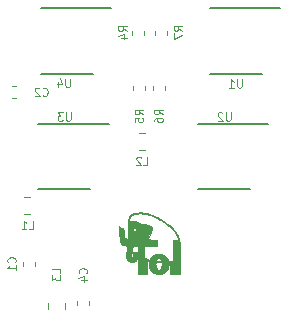
<source format=gbo>
G04 #@! TF.GenerationSoftware,KiCad,Pcbnew,(5.0.0)*
G04 #@! TF.CreationDate,2018-11-26T10:25:21+01:00*
G04 #@! TF.ProjectId,Insole_PCB,496E736F6C655F5043422E6B69636164,rev?*
G04 #@! TF.SameCoordinates,Original*
G04 #@! TF.FileFunction,Legend,Bot*
G04 #@! TF.FilePolarity,Positive*
%FSLAX46Y46*%
G04 Gerber Fmt 4.6, Leading zero omitted, Abs format (unit mm)*
G04 Created by KiCad (PCBNEW (5.0.0)) date 11/26/18 10:25:21*
%MOMM*%
%LPD*%
G01*
G04 APERTURE LIST*
%ADD10C,0.150000*%
%ADD11C,0.120000*%
%ADD12C,0.010000*%
%ADD13C,0.100000*%
G04 APERTURE END LIST*
D10*
G04 #@! TO.C,U2*
X165600000Y-78725000D02*
X161200000Y-78725000D01*
X167175000Y-73200000D02*
X161200000Y-73200000D01*
G04 #@! TO.C,U4*
X152300000Y-68925000D02*
X147900000Y-68925000D01*
X153875000Y-63400000D02*
X147900000Y-63400000D01*
G04 #@! TO.C,U3*
X153675000Y-73200000D02*
X147700000Y-73200000D01*
X152100000Y-78725000D02*
X147700000Y-78725000D01*
D11*
G04 #@! TO.C,C1*
X147410000Y-84853733D02*
X147410000Y-85196267D01*
X146390000Y-84853733D02*
X146390000Y-85196267D01*
D10*
G04 #@! TO.C,U1*
X168175000Y-63400000D02*
X162200000Y-63400000D01*
X166600000Y-68925000D02*
X162200000Y-68925000D01*
D11*
G04 #@! TO.C,C2*
X145503733Y-71010000D02*
X145846267Y-71010000D01*
X145503733Y-69990000D02*
X145846267Y-69990000D01*
G04 #@! TO.C,C4*
X152010000Y-88546267D02*
X152010000Y-88203733D01*
X150990000Y-88546267D02*
X150990000Y-88203733D01*
G04 #@! TO.C,L1*
X146513748Y-80810000D02*
X147036252Y-80810000D01*
X146513748Y-79390000D02*
X147036252Y-79390000D01*
G04 #@! TO.C,L2*
X156213748Y-73990000D02*
X156736252Y-73990000D01*
X156213748Y-75410000D02*
X156736252Y-75410000D01*
G04 #@! TO.C,L3*
X149960000Y-88836252D02*
X149960000Y-88313748D01*
X148540000Y-88836252D02*
X148540000Y-88313748D01*
G04 #@! TO.C,R4*
X155590000Y-65353733D02*
X155590000Y-65696267D01*
X156610000Y-65353733D02*
X156610000Y-65696267D01*
G04 #@! TO.C,R5*
X155690000Y-70346267D02*
X155690000Y-70003733D01*
X156710000Y-70346267D02*
X156710000Y-70003733D01*
G04 #@! TO.C,R6*
X157390000Y-70346267D02*
X157390000Y-70003733D01*
X158410000Y-70346267D02*
X158410000Y-70003733D01*
G04 #@! TO.C,R7*
X157590000Y-65353733D02*
X157590000Y-65696267D01*
X158610000Y-65353733D02*
X158610000Y-65696267D01*
D12*
G04 #@! TO.C,G\002A\002A\002A*
G36*
X156311713Y-80687372D02*
X156264605Y-80688204D01*
X156217168Y-80689587D01*
X156170283Y-80691499D01*
X156124828Y-80693918D01*
X156081683Y-80696822D01*
X156041727Y-80700189D01*
X156005838Y-80703996D01*
X155996511Y-80705154D01*
X155921924Y-80716616D01*
X155851930Y-80731217D01*
X155786393Y-80749012D01*
X155725178Y-80770059D01*
X155668148Y-80794413D01*
X155615169Y-80822131D01*
X155566104Y-80853269D01*
X155520819Y-80887883D01*
X155490270Y-80915187D01*
X155452354Y-80955173D01*
X155417924Y-80999351D01*
X155387240Y-81047283D01*
X155360561Y-81098531D01*
X155338148Y-81152654D01*
X155323793Y-81196587D01*
X155315570Y-81226553D01*
X155308676Y-81255513D01*
X155302986Y-81284403D01*
X155298373Y-81314162D01*
X155294714Y-81345727D01*
X155291883Y-81380034D01*
X155289756Y-81418021D01*
X155288206Y-81460625D01*
X155288107Y-81464145D01*
X155287396Y-81486386D01*
X155286543Y-81507609D01*
X155285596Y-81526930D01*
X155284604Y-81543461D01*
X155283616Y-81556318D01*
X155282682Y-81564613D01*
X155282488Y-81565745D01*
X155281362Y-81573785D01*
X155280740Y-81584132D01*
X155280622Y-81597553D01*
X155281003Y-81614816D01*
X155281884Y-81636689D01*
X155282269Y-81644767D01*
X155284262Y-81690894D01*
X155285982Y-81742521D01*
X155287426Y-81799509D01*
X155288594Y-81861720D01*
X155289482Y-81929016D01*
X155290091Y-82001259D01*
X155290418Y-82078310D01*
X155290461Y-82160031D01*
X155290219Y-82246283D01*
X155290015Y-82286823D01*
X155289765Y-82326616D01*
X155289464Y-82367879D01*
X155289116Y-82410241D01*
X155288726Y-82453332D01*
X155288300Y-82496785D01*
X155287842Y-82540230D01*
X155287358Y-82583297D01*
X155286853Y-82625617D01*
X155286332Y-82666822D01*
X155285800Y-82706542D01*
X155285263Y-82744409D01*
X155284724Y-82780051D01*
X155284191Y-82813102D01*
X155283667Y-82843191D01*
X155283157Y-82869950D01*
X155282668Y-82893008D01*
X155282204Y-82911998D01*
X155281770Y-82926550D01*
X155281371Y-82936294D01*
X155281013Y-82940862D01*
X155280924Y-82941159D01*
X155277575Y-82941355D01*
X155269625Y-82940374D01*
X155257952Y-82938381D01*
X155243438Y-82935544D01*
X155226961Y-82932031D01*
X155209403Y-82928008D01*
X155200645Y-82925896D01*
X155155799Y-82913574D01*
X155116203Y-82899864D01*
X155081599Y-82884626D01*
X155051733Y-82867723D01*
X155026348Y-82849014D01*
X155005189Y-82828361D01*
X154993105Y-82813166D01*
X154989926Y-82808800D01*
X154987064Y-82804899D01*
X154984476Y-82801166D01*
X154982121Y-82797301D01*
X154979954Y-82793005D01*
X154977933Y-82787980D01*
X154976015Y-82781927D01*
X154974156Y-82774547D01*
X154972315Y-82765541D01*
X154970447Y-82754611D01*
X154968510Y-82741457D01*
X154966461Y-82725780D01*
X154964256Y-82707283D01*
X154961854Y-82685666D01*
X154959211Y-82660630D01*
X154956283Y-82631877D01*
X154953029Y-82599107D01*
X154949404Y-82562022D01*
X154945367Y-82520324D01*
X154940873Y-82473713D01*
X154935880Y-82421890D01*
X154933971Y-82402097D01*
X154929642Y-82357219D01*
X154925466Y-82313902D01*
X154921473Y-82272476D01*
X154917697Y-82233273D01*
X154914169Y-82196625D01*
X154910920Y-82162861D01*
X154907983Y-82132313D01*
X154905389Y-82105312D01*
X154903170Y-82082190D01*
X154901359Y-82063276D01*
X154899986Y-82048904D01*
X154899084Y-82039403D01*
X154898684Y-82035104D01*
X154898667Y-82034880D01*
X154896007Y-82034338D01*
X154888672Y-82033700D01*
X154877628Y-82033030D01*
X154863844Y-82032389D01*
X154855628Y-82032079D01*
X154824295Y-82029901D01*
X154794810Y-82025430D01*
X154766541Y-82018368D01*
X154738859Y-82008418D01*
X154711133Y-81995281D01*
X154682732Y-81978662D01*
X154653027Y-81958261D01*
X154621388Y-81933781D01*
X154588212Y-81905823D01*
X154572013Y-81891813D01*
X154559388Y-81881180D01*
X154549735Y-81873502D01*
X154542451Y-81868359D01*
X154536933Y-81865330D01*
X154532581Y-81863993D01*
X154528791Y-81863928D01*
X154528356Y-81863985D01*
X154522402Y-81867602D01*
X154518124Y-81876326D01*
X154515631Y-81889841D01*
X154515004Y-81902358D01*
X154515198Y-81906978D01*
X154515798Y-81916899D01*
X154516778Y-81931793D01*
X154518115Y-81951333D01*
X154519785Y-81975191D01*
X154521761Y-82003040D01*
X154524021Y-82034552D01*
X154526539Y-82069400D01*
X154529292Y-82107257D01*
X154532254Y-82147795D01*
X154535401Y-82190686D01*
X154538709Y-82235603D01*
X154542153Y-82282219D01*
X154545708Y-82330206D01*
X154549351Y-82379237D01*
X154553056Y-82428985D01*
X154556800Y-82479121D01*
X154560557Y-82529319D01*
X154564304Y-82579250D01*
X154568015Y-82628589D01*
X154571667Y-82677006D01*
X154575234Y-82724175D01*
X154578693Y-82769768D01*
X154582018Y-82813458D01*
X154585186Y-82854917D01*
X154588172Y-82893818D01*
X154590951Y-82929834D01*
X154593499Y-82962636D01*
X154595791Y-82991898D01*
X154597803Y-83017292D01*
X154599510Y-83038491D01*
X154600889Y-83055167D01*
X154601914Y-83066992D01*
X154602561Y-83073640D01*
X154602630Y-83074223D01*
X154611361Y-83125403D01*
X154624178Y-83172721D01*
X154641151Y-83216280D01*
X154662352Y-83256184D01*
X154687850Y-83292537D01*
X154717718Y-83325445D01*
X154752026Y-83355012D01*
X154790845Y-83381341D01*
X154823516Y-83399304D01*
X154866320Y-83418656D01*
X154914290Y-83436383D01*
X154967166Y-83452419D01*
X155024686Y-83466696D01*
X155086591Y-83479147D01*
X155152621Y-83489704D01*
X155192178Y-83494869D01*
X155204401Y-83496380D01*
X155214318Y-83497680D01*
X155220737Y-83498607D01*
X155222544Y-83498965D01*
X155222330Y-83501781D01*
X155221519Y-83509857D01*
X155220152Y-83522844D01*
X155218265Y-83540396D01*
X155215897Y-83562162D01*
X155213087Y-83587796D01*
X155209873Y-83616948D01*
X155206293Y-83649269D01*
X155202386Y-83684413D01*
X155198190Y-83722030D01*
X155193743Y-83761772D01*
X155189084Y-83803290D01*
X155186462Y-83826607D01*
X155181570Y-83870083D01*
X155176773Y-83912724D01*
X155172119Y-83954110D01*
X155167655Y-83993818D01*
X155163428Y-84031429D01*
X155159486Y-84066520D01*
X155155876Y-84098671D01*
X155152645Y-84127460D01*
X155149840Y-84152466D01*
X155147510Y-84173268D01*
X155145700Y-84189446D01*
X155144459Y-84200577D01*
X155144178Y-84203111D01*
X155138266Y-84266579D01*
X155135147Y-84325474D01*
X155134860Y-84380154D01*
X155137447Y-84430975D01*
X155142949Y-84478294D01*
X155151407Y-84522467D01*
X155162861Y-84563851D01*
X155177354Y-84602801D01*
X155194139Y-84638192D01*
X155217278Y-84676397D01*
X155244417Y-84710791D01*
X155275588Y-84741394D01*
X155310825Y-84768219D01*
X155350160Y-84791286D01*
X155393627Y-84810610D01*
X155441258Y-84826208D01*
X155493086Y-84838097D01*
X155549145Y-84846293D01*
X155609467Y-84850814D01*
X155614100Y-84851002D01*
X155669958Y-84850991D01*
X155722370Y-84846513D01*
X155771353Y-84837560D01*
X155816928Y-84824120D01*
X155859112Y-84806183D01*
X155897925Y-84783740D01*
X155933385Y-84756780D01*
X155965512Y-84725291D01*
X155994324Y-84689266D01*
X156019839Y-84648691D01*
X156034241Y-84620767D01*
X156054913Y-84571677D01*
X156072042Y-84518705D01*
X156085464Y-84462495D01*
X156095011Y-84403687D01*
X156098280Y-84373498D01*
X156099652Y-84359461D01*
X156101030Y-84347251D01*
X156102264Y-84338085D01*
X156103204Y-84333181D01*
X156103290Y-84332934D01*
X156103466Y-84333247D01*
X156103640Y-84335161D01*
X156103813Y-84338825D01*
X156103986Y-84344388D01*
X156104160Y-84351997D01*
X156104335Y-84361803D01*
X156104514Y-84373953D01*
X156104696Y-84388597D01*
X156104883Y-84405883D01*
X156105076Y-84425959D01*
X156105276Y-84448976D01*
X156105484Y-84475080D01*
X156105701Y-84504421D01*
X156105928Y-84537149D01*
X156106165Y-84573410D01*
X156106415Y-84613355D01*
X156106677Y-84657131D01*
X156106953Y-84704888D01*
X156107244Y-84756775D01*
X156107551Y-84812940D01*
X156107874Y-84873531D01*
X156108216Y-84938698D01*
X156108576Y-85008589D01*
X156108956Y-85083353D01*
X156109357Y-85163138D01*
X156109780Y-85248094D01*
X156110225Y-85338370D01*
X156110694Y-85434112D01*
X156110785Y-85452650D01*
X156112979Y-85902089D01*
X156398351Y-85901999D01*
X156445416Y-85901976D01*
X156487134Y-85901933D01*
X156523803Y-85901868D01*
X156555719Y-85901775D01*
X156583179Y-85901651D01*
X156606482Y-85901492D01*
X156625924Y-85901293D01*
X156641803Y-85901049D01*
X156654416Y-85900758D01*
X156664061Y-85900414D01*
X156671034Y-85900013D01*
X156675633Y-85899551D01*
X156678155Y-85899025D01*
X156678898Y-85898429D01*
X156678607Y-85898031D01*
X156678049Y-85897458D01*
X156677535Y-85896476D01*
X156677063Y-85894871D01*
X156676633Y-85892428D01*
X156676243Y-85888935D01*
X156675892Y-85884177D01*
X156675580Y-85877941D01*
X156675306Y-85870012D01*
X156675068Y-85860177D01*
X156674866Y-85848222D01*
X156674698Y-85833932D01*
X156674564Y-85817095D01*
X156674462Y-85797497D01*
X156674391Y-85774923D01*
X156674352Y-85749159D01*
X156674342Y-85719993D01*
X156674360Y-85687209D01*
X156674406Y-85650595D01*
X156674479Y-85609935D01*
X156674577Y-85565018D01*
X156674699Y-85515627D01*
X156674846Y-85461551D01*
X156675015Y-85402574D01*
X156675205Y-85338483D01*
X156675417Y-85269065D01*
X156675525Y-85233757D01*
X156677559Y-84573361D01*
X156709104Y-84600042D01*
X156740648Y-84626723D01*
X156742524Y-84906451D01*
X156742806Y-84950291D01*
X156743075Y-84995749D01*
X156743328Y-85042085D01*
X156743561Y-85088555D01*
X156743773Y-85134418D01*
X156743960Y-85178931D01*
X156744117Y-85221354D01*
X156744244Y-85260943D01*
X156744335Y-85296956D01*
X156744389Y-85328652D01*
X156744402Y-85350106D01*
X156744436Y-85384026D01*
X156744530Y-85422431D01*
X156744681Y-85464162D01*
X156744880Y-85508058D01*
X156745123Y-85552961D01*
X156745403Y-85597712D01*
X156745714Y-85641151D01*
X156746050Y-85682119D01*
X156746277Y-85706650D01*
X156748149Y-85899267D01*
X156933489Y-85899267D01*
X156933489Y-85314765D01*
X156933491Y-85247113D01*
X156933497Y-85184881D01*
X156933509Y-85127845D01*
X156933530Y-85075779D01*
X156933561Y-85028459D01*
X156933605Y-84985660D01*
X156933662Y-84947158D01*
X156933735Y-84912729D01*
X156933827Y-84882147D01*
X156933938Y-84855188D01*
X156934070Y-84831627D01*
X156934226Y-84811240D01*
X156934408Y-84793802D01*
X156934617Y-84779089D01*
X156934855Y-84766876D01*
X156935125Y-84756938D01*
X156935427Y-84749050D01*
X156935765Y-84742989D01*
X156936139Y-84738530D01*
X156936553Y-84735447D01*
X156937006Y-84733517D01*
X156937503Y-84732514D01*
X156938044Y-84732214D01*
X156938428Y-84732293D01*
X156948263Y-84736194D01*
X156961936Y-84741431D01*
X156977964Y-84747453D01*
X156994865Y-84753714D01*
X157011157Y-84759663D01*
X157025356Y-84764751D01*
X157035980Y-84768430D01*
X157036500Y-84768604D01*
X157047330Y-84772327D01*
X157056288Y-84775632D01*
X157061856Y-84777952D01*
X157062654Y-84778380D01*
X157063836Y-84780526D01*
X157063830Y-84785251D01*
X157062523Y-84793297D01*
X157059801Y-84805403D01*
X157056443Y-84818841D01*
X157045324Y-84866898D01*
X157037249Y-84913091D01*
X157031981Y-84959339D01*
X157029282Y-85007562D01*
X157028795Y-85042723D01*
X157031255Y-85112682D01*
X157038585Y-85180104D01*
X157050906Y-85245508D01*
X157068342Y-85309412D01*
X157091016Y-85372335D01*
X157119050Y-85434794D01*
X157124063Y-85444824D01*
X157157693Y-85505143D01*
X157195613Y-85562080D01*
X157237565Y-85615443D01*
X157283292Y-85665044D01*
X157332537Y-85710692D01*
X157385042Y-85752198D01*
X157440550Y-85789371D01*
X157498804Y-85822022D01*
X157559547Y-85849961D01*
X157622521Y-85872999D01*
X157687470Y-85890944D01*
X157743467Y-85901961D01*
X157805828Y-85909677D01*
X157868845Y-85912976D01*
X157930850Y-85911793D01*
X157953722Y-85910162D01*
X158020871Y-85901558D01*
X158086737Y-85887561D01*
X158151044Y-85868335D01*
X158213513Y-85844041D01*
X158273867Y-85814842D01*
X158331827Y-85780899D01*
X158387116Y-85742376D01*
X158439455Y-85699434D01*
X158488567Y-85652235D01*
X158534173Y-85600943D01*
X158574611Y-85547700D01*
X158611312Y-85490476D01*
X158643418Y-85430089D01*
X158670834Y-85366782D01*
X158693462Y-85300802D01*
X158711208Y-85232393D01*
X158722808Y-85169723D01*
X158727176Y-85132877D01*
X158729861Y-85092119D01*
X158730858Y-85048929D01*
X158730580Y-85031310D01*
X158140442Y-85031310D01*
X158138344Y-85090576D01*
X158132736Y-85149939D01*
X158123770Y-85208095D01*
X158111601Y-85263739D01*
X158100118Y-85304132D01*
X158084078Y-85349403D01*
X158065996Y-85390548D01*
X158046025Y-85427370D01*
X158024319Y-85459670D01*
X158001032Y-85487252D01*
X157976318Y-85509917D01*
X157950330Y-85527467D01*
X157923221Y-85539706D01*
X157914876Y-85542317D01*
X157898997Y-85545058D01*
X157880129Y-85545674D01*
X157860465Y-85544278D01*
X157842196Y-85540988D01*
X157832367Y-85537984D01*
X157805714Y-85525065D01*
X157780194Y-85506874D01*
X157755964Y-85483701D01*
X157733186Y-85455834D01*
X157712019Y-85423562D01*
X157692622Y-85387173D01*
X157675156Y-85346958D01*
X157659779Y-85303204D01*
X157646652Y-85256200D01*
X157635935Y-85206235D01*
X157630404Y-85172769D01*
X157622912Y-85105984D01*
X157619858Y-85038837D01*
X157620308Y-84996156D01*
X157621136Y-84975754D01*
X157622198Y-84955994D01*
X157623425Y-84937699D01*
X157624748Y-84921690D01*
X157626099Y-84908789D01*
X157627410Y-84899819D01*
X157628611Y-84895600D01*
X157628702Y-84895491D01*
X157631744Y-84895373D01*
X157639412Y-84895771D01*
X157650718Y-84896617D01*
X157664673Y-84897838D01*
X157673231Y-84898656D01*
X157729241Y-84903598D01*
X157790715Y-84907952D01*
X157857503Y-84911709D01*
X157929454Y-84914862D01*
X158006418Y-84917403D01*
X158056725Y-84918671D01*
X158077036Y-84919150D01*
X158095413Y-84919630D01*
X158111126Y-84920087D01*
X158123447Y-84920499D01*
X158131647Y-84920844D01*
X158134996Y-84921098D01*
X158135034Y-84921115D01*
X158135420Y-84924018D01*
X158136068Y-84931658D01*
X158136909Y-84943139D01*
X158137880Y-84957562D01*
X158138877Y-84973445D01*
X158140442Y-85031310D01*
X158730580Y-85031310D01*
X158730160Y-85004784D01*
X158727761Y-84961163D01*
X158723837Y-84921028D01*
X158722078Y-84906577D01*
X158740067Y-84904893D01*
X158748803Y-84904245D01*
X158761867Y-84903492D01*
X158777943Y-84902700D01*
X158795718Y-84901935D01*
X158810972Y-84901361D01*
X158863889Y-84899513D01*
X158863889Y-85893623D01*
X159026681Y-85893623D01*
X159028328Y-85392326D01*
X159028514Y-85339550D01*
X159028720Y-85288290D01*
X159028944Y-85238832D01*
X159029183Y-85191461D01*
X159029435Y-85146462D01*
X159029699Y-85104120D01*
X159029970Y-85064720D01*
X159030248Y-85028547D01*
X159030531Y-84995887D01*
X159030815Y-84967024D01*
X159031098Y-84942244D01*
X159031379Y-84921832D01*
X159031656Y-84906072D01*
X159031925Y-84895250D01*
X159032184Y-84889652D01*
X159032304Y-84888904D01*
X159035911Y-84887892D01*
X159043919Y-84886767D01*
X159055091Y-84885676D01*
X159066383Y-84884871D01*
X159098133Y-84882964D01*
X159098136Y-85191443D01*
X159098156Y-85237917D01*
X159098213Y-85286382D01*
X159098304Y-85336094D01*
X159098427Y-85386306D01*
X159098579Y-85436276D01*
X159098757Y-85485258D01*
X159098958Y-85532507D01*
X159099180Y-85577279D01*
X159099420Y-85618829D01*
X159099674Y-85656412D01*
X159099941Y-85689285D01*
X159100011Y-85696773D01*
X159101883Y-85893623D01*
X159665164Y-85893623D01*
X159666285Y-85178895D01*
X159666429Y-85094343D01*
X159666591Y-85014375D01*
X159666770Y-84939062D01*
X159666965Y-84868476D01*
X159667079Y-84832472D01*
X158121645Y-84832472D01*
X158121068Y-84833959D01*
X158118872Y-84835044D01*
X158114360Y-84835771D01*
X158106833Y-84836183D01*
X158095596Y-84836325D01*
X158079949Y-84836239D01*
X158064495Y-84836045D01*
X158045206Y-84835703D01*
X158021876Y-84835175D01*
X157996103Y-84834506D01*
X157969485Y-84833739D01*
X157943621Y-84832916D01*
X157928322Y-84832384D01*
X157902406Y-84831349D01*
X157875045Y-84830077D01*
X157846817Y-84828611D01*
X157818298Y-84826990D01*
X157790062Y-84825257D01*
X157762687Y-84823452D01*
X157736749Y-84821617D01*
X157712823Y-84819792D01*
X157691485Y-84818020D01*
X157673312Y-84816340D01*
X157658880Y-84814796D01*
X157648764Y-84813427D01*
X157643541Y-84812274D01*
X157643020Y-84811983D01*
X157643236Y-84808888D01*
X157644838Y-84801443D01*
X157647536Y-84790688D01*
X157651040Y-84777663D01*
X157655061Y-84763409D01*
X157659309Y-84748965D01*
X157663494Y-84735372D01*
X157667327Y-84723669D01*
X157668758Y-84719578D01*
X157684524Y-84680423D01*
X157702520Y-84644220D01*
X157722432Y-84611349D01*
X157743948Y-84582189D01*
X157766754Y-84557119D01*
X157790536Y-84536520D01*
X157814981Y-84520772D01*
X157839776Y-84510254D01*
X157842051Y-84509566D01*
X157861617Y-84505899D01*
X157883549Y-84505113D01*
X157905404Y-84507140D01*
X157924617Y-84511870D01*
X157950916Y-84524029D01*
X157976371Y-84541500D01*
X158000746Y-84563982D01*
X158023806Y-84591176D01*
X158045314Y-84622781D01*
X158065036Y-84658496D01*
X158082734Y-84698022D01*
X158093393Y-84726634D01*
X158097898Y-84740379D01*
X158102707Y-84756180D01*
X158107528Y-84772945D01*
X158112070Y-84789582D01*
X158116041Y-84805001D01*
X158119150Y-84818110D01*
X158121106Y-84827817D01*
X158121645Y-84832472D01*
X159667079Y-84832472D01*
X159667175Y-84802686D01*
X159667402Y-84741764D01*
X159667643Y-84685782D01*
X159667899Y-84634808D01*
X159668170Y-84588916D01*
X159668455Y-84548175D01*
X159668753Y-84512657D01*
X159669065Y-84482433D01*
X159669389Y-84457573D01*
X159669726Y-84438148D01*
X159670075Y-84424229D01*
X159670416Y-84416189D01*
X159672029Y-84386864D01*
X159673527Y-84352476D01*
X159674905Y-84313607D01*
X159676158Y-84270837D01*
X159677282Y-84224747D01*
X159678271Y-84175918D01*
X159679122Y-84124932D01*
X159679829Y-84072368D01*
X159680387Y-84018808D01*
X159680793Y-83964832D01*
X159681041Y-83911023D01*
X159681127Y-83857959D01*
X159681046Y-83806223D01*
X159680793Y-83756396D01*
X159680363Y-83709057D01*
X159679752Y-83664789D01*
X159678956Y-83624171D01*
X159678125Y-83593511D01*
X159594845Y-83593511D01*
X159100956Y-83593511D01*
X159100956Y-84807067D01*
X159090372Y-84807264D01*
X159085726Y-84807424D01*
X159075957Y-84807815D01*
X159061582Y-84808417D01*
X159043117Y-84809206D01*
X159021077Y-84810160D01*
X158995979Y-84811257D01*
X158968339Y-84812475D01*
X158938674Y-84813790D01*
X158907498Y-84815182D01*
X158903400Y-84815365D01*
X158872065Y-84816768D01*
X158842170Y-84818102D01*
X158814233Y-84819346D01*
X158788769Y-84820476D01*
X158766296Y-84821470D01*
X158747329Y-84822304D01*
X158732385Y-84822957D01*
X158721981Y-84823404D01*
X158716633Y-84823624D01*
X158716339Y-84823635D01*
X158708640Y-84823009D01*
X158704791Y-84820780D01*
X158704672Y-84820473D01*
X158703518Y-84816764D01*
X158700917Y-84808606D01*
X158697163Y-84796919D01*
X158692552Y-84782622D01*
X158687679Y-84767556D01*
X158664498Y-84703551D01*
X158637598Y-84643506D01*
X158606638Y-84586859D01*
X158571273Y-84533046D01*
X158531161Y-84481505D01*
X158485960Y-84431673D01*
X158478712Y-84424302D01*
X158450705Y-84396904D01*
X158424512Y-84373075D01*
X158398796Y-84351702D01*
X158372219Y-84331672D01*
X158344030Y-84312260D01*
X158285597Y-84276864D01*
X158225156Y-84246616D01*
X158163019Y-84221519D01*
X158099499Y-84201577D01*
X158034909Y-84186793D01*
X157969562Y-84177170D01*
X157903770Y-84172711D01*
X157837847Y-84173420D01*
X157772106Y-84179301D01*
X157706859Y-84190355D01*
X157642419Y-84206588D01*
X157579100Y-84228001D01*
X157517214Y-84254599D01*
X157457075Y-84286384D01*
X157430200Y-84302674D01*
X157374246Y-84341334D01*
X157321521Y-84384487D01*
X157272312Y-84431806D01*
X157226906Y-84482965D01*
X157185590Y-84537640D01*
X157148652Y-84595504D01*
X157116378Y-84656232D01*
X157114111Y-84660983D01*
X157107536Y-84674438D01*
X157101556Y-84685871D01*
X157096668Y-84694392D01*
X157093367Y-84699117D01*
X157092451Y-84699778D01*
X157087068Y-84698770D01*
X157077169Y-84695843D01*
X157063443Y-84691257D01*
X157046580Y-84685273D01*
X157027272Y-84678152D01*
X157006206Y-84670156D01*
X156984074Y-84661545D01*
X156961564Y-84652580D01*
X156939368Y-84643522D01*
X156918175Y-84634632D01*
X156903856Y-84628451D01*
X156884012Y-84619506D01*
X156861954Y-84609115D01*
X156838397Y-84597652D01*
X156814057Y-84585493D01*
X156789652Y-84573014D01*
X156765897Y-84560591D01*
X156743510Y-84548599D01*
X156723205Y-84537414D01*
X156705701Y-84527412D01*
X156691712Y-84518967D01*
X156681956Y-84512457D01*
X156680408Y-84511289D01*
X156674271Y-84506500D01*
X156672244Y-84011906D01*
X156672100Y-83976657D01*
X156103652Y-83976657D01*
X156103592Y-84003591D01*
X156103431Y-84025784D01*
X156103168Y-84043366D01*
X156102803Y-84056464D01*
X156102335Y-84065209D01*
X156101765Y-84069729D01*
X156101371Y-84070467D01*
X156097873Y-84068581D01*
X156093991Y-84064948D01*
X156089516Y-84061000D01*
X156081641Y-84054972D01*
X156071695Y-84047861D01*
X156065974Y-84043951D01*
X156030689Y-84023375D01*
X155993991Y-84007959D01*
X155956330Y-83997739D01*
X155918160Y-83992753D01*
X155879932Y-83993035D01*
X155842099Y-83998622D01*
X155805113Y-84009551D01*
X155778817Y-84020967D01*
X155759318Y-84031603D01*
X155740369Y-84043687D01*
X155722735Y-84056577D01*
X155707181Y-84069634D01*
X155694470Y-84082217D01*
X155685367Y-84093686D01*
X155680689Y-84103201D01*
X155678146Y-84118991D01*
X155678545Y-84137878D01*
X155681942Y-84160291D01*
X155688396Y-84186660D01*
X155694642Y-84207325D01*
X155698072Y-84218173D01*
X155700470Y-84226775D01*
X155701980Y-84234498D01*
X155702745Y-84242711D01*
X155702906Y-84252782D01*
X155702607Y-84266078D01*
X155702157Y-84279292D01*
X155700645Y-84305918D01*
X155697951Y-84328769D01*
X155693746Y-84349648D01*
X155687699Y-84370359D01*
X155683222Y-84382996D01*
X155677017Y-84398001D01*
X155669213Y-84414521D01*
X155660786Y-84430652D01*
X155652710Y-84444488D01*
X155648536Y-84450761D01*
X155641116Y-84459207D01*
X155633926Y-84462448D01*
X155625690Y-84460719D01*
X155618133Y-84456353D01*
X155606432Y-84445159D01*
X155596710Y-84428682D01*
X155588968Y-84406922D01*
X155583207Y-84379880D01*
X155579425Y-84347554D01*
X155577624Y-84309944D01*
X155577802Y-84267051D01*
X155579960Y-84218874D01*
X155584099Y-84165413D01*
X155590217Y-84106668D01*
X155598316Y-84042639D01*
X155608395Y-83973324D01*
X155620453Y-83898725D01*
X155634492Y-83818841D01*
X155650511Y-83733672D01*
X155668511Y-83643217D01*
X155676421Y-83604800D01*
X155680607Y-83584708D01*
X155684485Y-83566183D01*
X155687886Y-83550020D01*
X155690645Y-83537012D01*
X155692592Y-83527954D01*
X155693555Y-83523661D01*
X155695145Y-83517311D01*
X156100007Y-83517311D01*
X156101881Y-83708277D01*
X156102429Y-83766364D01*
X156102875Y-83818936D01*
X156103221Y-83866122D01*
X156103466Y-83908052D01*
X156103610Y-83944854D01*
X156103652Y-83976657D01*
X156672100Y-83976657D01*
X156670218Y-83517311D01*
X157686135Y-83517311D01*
X157698573Y-83510756D01*
X157710044Y-83502429D01*
X157721353Y-83490257D01*
X157731134Y-83475910D01*
X157737058Y-83463689D01*
X157738028Y-83460827D01*
X157738868Y-83457304D01*
X157739591Y-83452706D01*
X157740207Y-83446616D01*
X157740730Y-83438620D01*
X157741169Y-83428301D01*
X157741538Y-83415245D01*
X157741848Y-83399035D01*
X157742111Y-83379258D01*
X157742338Y-83355496D01*
X157742541Y-83327336D01*
X157742732Y-83294360D01*
X157742922Y-83256256D01*
X157743100Y-83216488D01*
X157743217Y-83181942D01*
X157743253Y-83152196D01*
X157743187Y-83126829D01*
X157742999Y-83105417D01*
X157742669Y-83087540D01*
X157742177Y-83072774D01*
X157741502Y-83060699D01*
X157740624Y-83050891D01*
X157739523Y-83042929D01*
X157738179Y-83036391D01*
X157736571Y-83030855D01*
X157734679Y-83025898D01*
X157732483Y-83021099D01*
X157731545Y-83019189D01*
X157723978Y-83007213D01*
X157713780Y-82995304D01*
X157702800Y-82985470D01*
X157696900Y-82981562D01*
X157695274Y-82980850D01*
X157692893Y-82980208D01*
X157689455Y-82979632D01*
X157684658Y-82979117D01*
X157678200Y-82978657D01*
X157669779Y-82978247D01*
X157659094Y-82977881D01*
X157645841Y-82977554D01*
X157629720Y-82977260D01*
X157610428Y-82976996D01*
X157587664Y-82976754D01*
X157561125Y-82976530D01*
X157530510Y-82976318D01*
X157495516Y-82976113D01*
X157455842Y-82975910D01*
X157411185Y-82975703D01*
X157361244Y-82975488D01*
X157350984Y-82975445D01*
X157013534Y-82974034D01*
X157179640Y-82512600D01*
X157201183Y-82452695D01*
X157221476Y-82396147D01*
X157240465Y-82343104D01*
X157258097Y-82293719D01*
X157274321Y-82248141D01*
X157289082Y-82206521D01*
X157302327Y-82169009D01*
X157314005Y-82135756D01*
X157324061Y-82106912D01*
X157332442Y-82082628D01*
X157339096Y-82063054D01*
X157343970Y-82048340D01*
X157347010Y-82038638D01*
X157348147Y-82034234D01*
X157349131Y-82012575D01*
X157345705Y-81990803D01*
X157337651Y-81967784D01*
X157333806Y-81959445D01*
X157328138Y-81948505D01*
X157322261Y-81939075D01*
X157315163Y-81929836D01*
X157305833Y-81919468D01*
X157293621Y-81907012D01*
X157268818Y-81884493D01*
X157240322Y-81862818D01*
X157207832Y-81841825D01*
X157171043Y-81821349D01*
X157129653Y-81801226D01*
X157083358Y-81781292D01*
X157031855Y-81761385D01*
X157008278Y-81752879D01*
X156962160Y-81737480D01*
X156911329Y-81722182D01*
X156856713Y-81707205D01*
X156799243Y-81692767D01*
X156739847Y-81679087D01*
X156679456Y-81666384D01*
X156618999Y-81654877D01*
X156559404Y-81644785D01*
X156531322Y-81640500D01*
X156513778Y-81638005D01*
X156494493Y-81635400D01*
X156474412Y-81632798D01*
X156454484Y-81630313D01*
X156435653Y-81628060D01*
X156418866Y-81626152D01*
X156405070Y-81624702D01*
X156395210Y-81623826D01*
X156390974Y-81623613D01*
X156383270Y-81623600D01*
X156396251Y-81643667D01*
X156415430Y-81677242D01*
X156432942Y-81716002D01*
X156448726Y-81759720D01*
X156462725Y-81808170D01*
X156474880Y-81861126D01*
X156485131Y-81918363D01*
X156493420Y-81979655D01*
X156499299Y-82039878D01*
X156500399Y-82057542D01*
X156501273Y-82079824D01*
X156501921Y-82105703D01*
X156502342Y-82134156D01*
X156502538Y-82164161D01*
X156502509Y-82194697D01*
X156502254Y-82224742D01*
X156501774Y-82253273D01*
X156501070Y-82279270D01*
X156500141Y-82301710D01*
X156499233Y-82316456D01*
X156489618Y-82420753D01*
X156476231Y-82527975D01*
X156459262Y-82637024D01*
X156438897Y-82746800D01*
X156415324Y-82856205D01*
X156388730Y-82964140D01*
X156388541Y-82964861D01*
X156385760Y-82975445D01*
X156353325Y-82975445D01*
X156338376Y-82975274D01*
X156328292Y-82974703D01*
X156322298Y-82973647D01*
X156319624Y-82972016D01*
X156319426Y-82971630D01*
X156319568Y-82967657D01*
X156320948Y-82959302D01*
X156323353Y-82947637D01*
X156326572Y-82933737D01*
X156328120Y-82927478D01*
X156346942Y-82848962D01*
X156364165Y-82769451D01*
X156379714Y-82689532D01*
X156393518Y-82609788D01*
X156405502Y-82530803D01*
X156415595Y-82453162D01*
X156423722Y-82377450D01*
X156429812Y-82304251D01*
X156433792Y-82234149D01*
X156435587Y-82167730D01*
X156435152Y-82108955D01*
X156011516Y-82108955D01*
X156010513Y-82138473D01*
X156004440Y-82167330D01*
X155994536Y-82192158D01*
X155978886Y-82217467D01*
X155959423Y-82238824D01*
X155936573Y-82255904D01*
X155910765Y-82268385D01*
X155884290Y-82275614D01*
X155868659Y-82277055D01*
X155850162Y-82276644D01*
X155831191Y-82274575D01*
X155814142Y-82271041D01*
X155809268Y-82269560D01*
X155787692Y-82260662D01*
X155769172Y-82249107D01*
X155751519Y-82233519D01*
X155750782Y-82232774D01*
X155733098Y-82210914D01*
X155719509Y-82185903D01*
X155710230Y-82158686D01*
X155705474Y-82130209D01*
X155705453Y-82101417D01*
X155710382Y-82073256D01*
X155712913Y-82064907D01*
X155724966Y-82037074D01*
X155741018Y-82012839D01*
X155760636Y-81992522D01*
X155783392Y-81976441D01*
X155808855Y-81964917D01*
X155836594Y-81958268D01*
X155858789Y-81956672D01*
X155886669Y-81959332D01*
X155913494Y-81967191D01*
X155938450Y-81979808D01*
X155960725Y-81996741D01*
X155979506Y-82017551D01*
X155984605Y-82024896D01*
X155998512Y-82051320D01*
X156007498Y-82079621D01*
X156011516Y-82108955D01*
X156435152Y-82108955D01*
X156435126Y-82105577D01*
X156434110Y-82078024D01*
X156429778Y-82012017D01*
X156423209Y-81950928D01*
X156414327Y-81894458D01*
X156403055Y-81842310D01*
X156389318Y-81794188D01*
X156373038Y-81749792D01*
X156354141Y-81708827D01*
X156332548Y-81670994D01*
X156327800Y-81663625D01*
X156304617Y-81632978D01*
X156276112Y-81603310D01*
X156242550Y-81574786D01*
X156204195Y-81547569D01*
X156161311Y-81521824D01*
X156114161Y-81497717D01*
X156063011Y-81475410D01*
X156008123Y-81455070D01*
X155976756Y-81444879D01*
X155917166Y-81427934D01*
X155857801Y-81413984D01*
X155799084Y-81403036D01*
X155741438Y-81395097D01*
X155685287Y-81390175D01*
X155631053Y-81388275D01*
X155579160Y-81389407D01*
X155530032Y-81393576D01*
X155484090Y-81400790D01*
X155441760Y-81411056D01*
X155403463Y-81424381D01*
X155380627Y-81434841D01*
X155370110Y-81440203D01*
X155371321Y-81432419D01*
X155371951Y-81426493D01*
X155372725Y-81416431D01*
X155373538Y-81403736D01*
X155374162Y-81392312D01*
X155379458Y-81333161D01*
X155389207Y-81275598D01*
X155403246Y-81220108D01*
X155421412Y-81167179D01*
X155443541Y-81117299D01*
X155469471Y-81070955D01*
X155493775Y-81035506D01*
X155525382Y-80997335D01*
X155560502Y-80962356D01*
X155599277Y-80930508D01*
X155641853Y-80901730D01*
X155688374Y-80875961D01*
X155738982Y-80853141D01*
X155793822Y-80833208D01*
X155853037Y-80816101D01*
X155916773Y-80801760D01*
X155985172Y-80790124D01*
X156058379Y-80781131D01*
X156104492Y-80776993D01*
X156122764Y-80775779D01*
X156145654Y-80774601D01*
X156172202Y-80773483D01*
X156201447Y-80772447D01*
X156232431Y-80771516D01*
X156264193Y-80770712D01*
X156295774Y-80770059D01*
X156326212Y-80769579D01*
X156354548Y-80769296D01*
X156379823Y-80769231D01*
X156401076Y-80769407D01*
X156412789Y-80769678D01*
X156503333Y-80774857D01*
X156596843Y-80784633D01*
X156693109Y-80798937D01*
X156791923Y-80817700D01*
X156893075Y-80840851D01*
X156996359Y-80868322D01*
X157101563Y-80900041D01*
X157208480Y-80935941D01*
X157316901Y-80975951D01*
X157426617Y-81020001D01*
X157537420Y-81068023D01*
X157649100Y-81119945D01*
X157761449Y-81175698D01*
X157874258Y-81235214D01*
X157973509Y-81290509D01*
X158090187Y-81359202D01*
X158204386Y-81430569D01*
X158315832Y-81504385D01*
X158424251Y-81580425D01*
X158529370Y-81658464D01*
X158630916Y-81738277D01*
X158728614Y-81819639D01*
X158822192Y-81902326D01*
X158911376Y-81986112D01*
X158995892Y-82070772D01*
X159075468Y-82156082D01*
X159149828Y-82241816D01*
X159189765Y-82290775D01*
X159247919Y-82366637D01*
X159301572Y-82442568D01*
X159350619Y-82518366D01*
X159394954Y-82593823D01*
X159434472Y-82668735D01*
X159469068Y-82742896D01*
X159498636Y-82816102D01*
X159523070Y-82888146D01*
X159542266Y-82958825D01*
X159549338Y-82990967D01*
X159552749Y-83008527D01*
X159556033Y-83026855D01*
X159559064Y-83045074D01*
X159561715Y-83062309D01*
X159563856Y-83077685D01*
X159565362Y-83090326D01*
X159566106Y-83099357D01*
X159565959Y-83103902D01*
X159565801Y-83104206D01*
X159562930Y-83103473D01*
X159556750Y-83100165D01*
X159548550Y-83094980D01*
X159547839Y-83094500D01*
X159521784Y-83078856D01*
X159490914Y-83063749D01*
X159456052Y-83049412D01*
X159418018Y-83036078D01*
X159377634Y-83023979D01*
X159335722Y-83013349D01*
X159293103Y-83004419D01*
X159250599Y-82997423D01*
X159209032Y-82992594D01*
X159181318Y-82990647D01*
X159154728Y-82990119D01*
X159131687Y-82991287D01*
X159112612Y-82994072D01*
X159097919Y-82998397D01*
X159088026Y-83004185D01*
X159084399Y-83008635D01*
X159083963Y-83012363D01*
X159083661Y-83021495D01*
X159083492Y-83035792D01*
X159083454Y-83055014D01*
X159083547Y-83078922D01*
X159083769Y-83107278D01*
X159084119Y-83139843D01*
X159084596Y-83176376D01*
X159085198Y-83216640D01*
X159085613Y-83242145D01*
X159086213Y-83278158D01*
X159086787Y-83312967D01*
X159087327Y-83346096D01*
X159087826Y-83377071D01*
X159088277Y-83405416D01*
X159088672Y-83430657D01*
X159089003Y-83452318D01*
X159089263Y-83469925D01*
X159089445Y-83483002D01*
X159089542Y-83491075D01*
X159089554Y-83492617D01*
X159089667Y-83514489D01*
X159591171Y-83514489D01*
X159592993Y-83542006D01*
X159593804Y-83555487D01*
X159594433Y-83568283D01*
X159594786Y-83578378D01*
X159594830Y-83581517D01*
X159594845Y-83593511D01*
X159678125Y-83593511D01*
X159677969Y-83587786D01*
X159677278Y-83568111D01*
X159675033Y-83513048D01*
X159672596Y-83458669D01*
X159669995Y-83405427D01*
X159667260Y-83353772D01*
X159664419Y-83304153D01*
X159661502Y-83257023D01*
X159658538Y-83212830D01*
X159655556Y-83172027D01*
X159652584Y-83135063D01*
X159649652Y-83102388D01*
X159646790Y-83074455D01*
X159644024Y-83051712D01*
X159644015Y-83051645D01*
X159631080Y-82976080D01*
X159612653Y-82899595D01*
X159588798Y-82822282D01*
X159559576Y-82744231D01*
X159525049Y-82665533D01*
X159485279Y-82586280D01*
X159440328Y-82506563D01*
X159390259Y-82426473D01*
X159335134Y-82346101D01*
X159275014Y-82265538D01*
X159209962Y-82184876D01*
X159140040Y-82104206D01*
X159065309Y-82023619D01*
X158985832Y-81943206D01*
X158901672Y-81863058D01*
X158812889Y-81783266D01*
X158735270Y-81716988D01*
X158626247Y-81628862D01*
X158513159Y-81543006D01*
X158396485Y-81459688D01*
X158276702Y-81379179D01*
X158154288Y-81301746D01*
X158029721Y-81227659D01*
X157903480Y-81157188D01*
X157776042Y-81090601D01*
X157647886Y-81028167D01*
X157519489Y-80970156D01*
X157391329Y-80916836D01*
X157263885Y-80868477D01*
X157170556Y-80836123D01*
X157060496Y-80801363D01*
X156953302Y-80771226D01*
X156848692Y-80745650D01*
X156746383Y-80724575D01*
X156646093Y-80707937D01*
X156547540Y-80695676D01*
X156511567Y-80692246D01*
X156479285Y-80689993D01*
X156442280Y-80688401D01*
X156401430Y-80687448D01*
X156357615Y-80687113D01*
X156311713Y-80687372D01*
X156311713Y-80687372D01*
G37*
X156311713Y-80687372D02*
X156264605Y-80688204D01*
X156217168Y-80689587D01*
X156170283Y-80691499D01*
X156124828Y-80693918D01*
X156081683Y-80696822D01*
X156041727Y-80700189D01*
X156005838Y-80703996D01*
X155996511Y-80705154D01*
X155921924Y-80716616D01*
X155851930Y-80731217D01*
X155786393Y-80749012D01*
X155725178Y-80770059D01*
X155668148Y-80794413D01*
X155615169Y-80822131D01*
X155566104Y-80853269D01*
X155520819Y-80887883D01*
X155490270Y-80915187D01*
X155452354Y-80955173D01*
X155417924Y-80999351D01*
X155387240Y-81047283D01*
X155360561Y-81098531D01*
X155338148Y-81152654D01*
X155323793Y-81196587D01*
X155315570Y-81226553D01*
X155308676Y-81255513D01*
X155302986Y-81284403D01*
X155298373Y-81314162D01*
X155294714Y-81345727D01*
X155291883Y-81380034D01*
X155289756Y-81418021D01*
X155288206Y-81460625D01*
X155288107Y-81464145D01*
X155287396Y-81486386D01*
X155286543Y-81507609D01*
X155285596Y-81526930D01*
X155284604Y-81543461D01*
X155283616Y-81556318D01*
X155282682Y-81564613D01*
X155282488Y-81565745D01*
X155281362Y-81573785D01*
X155280740Y-81584132D01*
X155280622Y-81597553D01*
X155281003Y-81614816D01*
X155281884Y-81636689D01*
X155282269Y-81644767D01*
X155284262Y-81690894D01*
X155285982Y-81742521D01*
X155287426Y-81799509D01*
X155288594Y-81861720D01*
X155289482Y-81929016D01*
X155290091Y-82001259D01*
X155290418Y-82078310D01*
X155290461Y-82160031D01*
X155290219Y-82246283D01*
X155290015Y-82286823D01*
X155289765Y-82326616D01*
X155289464Y-82367879D01*
X155289116Y-82410241D01*
X155288726Y-82453332D01*
X155288300Y-82496785D01*
X155287842Y-82540230D01*
X155287358Y-82583297D01*
X155286853Y-82625617D01*
X155286332Y-82666822D01*
X155285800Y-82706542D01*
X155285263Y-82744409D01*
X155284724Y-82780051D01*
X155284191Y-82813102D01*
X155283667Y-82843191D01*
X155283157Y-82869950D01*
X155282668Y-82893008D01*
X155282204Y-82911998D01*
X155281770Y-82926550D01*
X155281371Y-82936294D01*
X155281013Y-82940862D01*
X155280924Y-82941159D01*
X155277575Y-82941355D01*
X155269625Y-82940374D01*
X155257952Y-82938381D01*
X155243438Y-82935544D01*
X155226961Y-82932031D01*
X155209403Y-82928008D01*
X155200645Y-82925896D01*
X155155799Y-82913574D01*
X155116203Y-82899864D01*
X155081599Y-82884626D01*
X155051733Y-82867723D01*
X155026348Y-82849014D01*
X155005189Y-82828361D01*
X154993105Y-82813166D01*
X154989926Y-82808800D01*
X154987064Y-82804899D01*
X154984476Y-82801166D01*
X154982121Y-82797301D01*
X154979954Y-82793005D01*
X154977933Y-82787980D01*
X154976015Y-82781927D01*
X154974156Y-82774547D01*
X154972315Y-82765541D01*
X154970447Y-82754611D01*
X154968510Y-82741457D01*
X154966461Y-82725780D01*
X154964256Y-82707283D01*
X154961854Y-82685666D01*
X154959211Y-82660630D01*
X154956283Y-82631877D01*
X154953029Y-82599107D01*
X154949404Y-82562022D01*
X154945367Y-82520324D01*
X154940873Y-82473713D01*
X154935880Y-82421890D01*
X154933971Y-82402097D01*
X154929642Y-82357219D01*
X154925466Y-82313902D01*
X154921473Y-82272476D01*
X154917697Y-82233273D01*
X154914169Y-82196625D01*
X154910920Y-82162861D01*
X154907983Y-82132313D01*
X154905389Y-82105312D01*
X154903170Y-82082190D01*
X154901359Y-82063276D01*
X154899986Y-82048904D01*
X154899084Y-82039403D01*
X154898684Y-82035104D01*
X154898667Y-82034880D01*
X154896007Y-82034338D01*
X154888672Y-82033700D01*
X154877628Y-82033030D01*
X154863844Y-82032389D01*
X154855628Y-82032079D01*
X154824295Y-82029901D01*
X154794810Y-82025430D01*
X154766541Y-82018368D01*
X154738859Y-82008418D01*
X154711133Y-81995281D01*
X154682732Y-81978662D01*
X154653027Y-81958261D01*
X154621388Y-81933781D01*
X154588212Y-81905823D01*
X154572013Y-81891813D01*
X154559388Y-81881180D01*
X154549735Y-81873502D01*
X154542451Y-81868359D01*
X154536933Y-81865330D01*
X154532581Y-81863993D01*
X154528791Y-81863928D01*
X154528356Y-81863985D01*
X154522402Y-81867602D01*
X154518124Y-81876326D01*
X154515631Y-81889841D01*
X154515004Y-81902358D01*
X154515198Y-81906978D01*
X154515798Y-81916899D01*
X154516778Y-81931793D01*
X154518115Y-81951333D01*
X154519785Y-81975191D01*
X154521761Y-82003040D01*
X154524021Y-82034552D01*
X154526539Y-82069400D01*
X154529292Y-82107257D01*
X154532254Y-82147795D01*
X154535401Y-82190686D01*
X154538709Y-82235603D01*
X154542153Y-82282219D01*
X154545708Y-82330206D01*
X154549351Y-82379237D01*
X154553056Y-82428985D01*
X154556800Y-82479121D01*
X154560557Y-82529319D01*
X154564304Y-82579250D01*
X154568015Y-82628589D01*
X154571667Y-82677006D01*
X154575234Y-82724175D01*
X154578693Y-82769768D01*
X154582018Y-82813458D01*
X154585186Y-82854917D01*
X154588172Y-82893818D01*
X154590951Y-82929834D01*
X154593499Y-82962636D01*
X154595791Y-82991898D01*
X154597803Y-83017292D01*
X154599510Y-83038491D01*
X154600889Y-83055167D01*
X154601914Y-83066992D01*
X154602561Y-83073640D01*
X154602630Y-83074223D01*
X154611361Y-83125403D01*
X154624178Y-83172721D01*
X154641151Y-83216280D01*
X154662352Y-83256184D01*
X154687850Y-83292537D01*
X154717718Y-83325445D01*
X154752026Y-83355012D01*
X154790845Y-83381341D01*
X154823516Y-83399304D01*
X154866320Y-83418656D01*
X154914290Y-83436383D01*
X154967166Y-83452419D01*
X155024686Y-83466696D01*
X155086591Y-83479147D01*
X155152621Y-83489704D01*
X155192178Y-83494869D01*
X155204401Y-83496380D01*
X155214318Y-83497680D01*
X155220737Y-83498607D01*
X155222544Y-83498965D01*
X155222330Y-83501781D01*
X155221519Y-83509857D01*
X155220152Y-83522844D01*
X155218265Y-83540396D01*
X155215897Y-83562162D01*
X155213087Y-83587796D01*
X155209873Y-83616948D01*
X155206293Y-83649269D01*
X155202386Y-83684413D01*
X155198190Y-83722030D01*
X155193743Y-83761772D01*
X155189084Y-83803290D01*
X155186462Y-83826607D01*
X155181570Y-83870083D01*
X155176773Y-83912724D01*
X155172119Y-83954110D01*
X155167655Y-83993818D01*
X155163428Y-84031429D01*
X155159486Y-84066520D01*
X155155876Y-84098671D01*
X155152645Y-84127460D01*
X155149840Y-84152466D01*
X155147510Y-84173268D01*
X155145700Y-84189446D01*
X155144459Y-84200577D01*
X155144178Y-84203111D01*
X155138266Y-84266579D01*
X155135147Y-84325474D01*
X155134860Y-84380154D01*
X155137447Y-84430975D01*
X155142949Y-84478294D01*
X155151407Y-84522467D01*
X155162861Y-84563851D01*
X155177354Y-84602801D01*
X155194139Y-84638192D01*
X155217278Y-84676397D01*
X155244417Y-84710791D01*
X155275588Y-84741394D01*
X155310825Y-84768219D01*
X155350160Y-84791286D01*
X155393627Y-84810610D01*
X155441258Y-84826208D01*
X155493086Y-84838097D01*
X155549145Y-84846293D01*
X155609467Y-84850814D01*
X155614100Y-84851002D01*
X155669958Y-84850991D01*
X155722370Y-84846513D01*
X155771353Y-84837560D01*
X155816928Y-84824120D01*
X155859112Y-84806183D01*
X155897925Y-84783740D01*
X155933385Y-84756780D01*
X155965512Y-84725291D01*
X155994324Y-84689266D01*
X156019839Y-84648691D01*
X156034241Y-84620767D01*
X156054913Y-84571677D01*
X156072042Y-84518705D01*
X156085464Y-84462495D01*
X156095011Y-84403687D01*
X156098280Y-84373498D01*
X156099652Y-84359461D01*
X156101030Y-84347251D01*
X156102264Y-84338085D01*
X156103204Y-84333181D01*
X156103290Y-84332934D01*
X156103466Y-84333247D01*
X156103640Y-84335161D01*
X156103813Y-84338825D01*
X156103986Y-84344388D01*
X156104160Y-84351997D01*
X156104335Y-84361803D01*
X156104514Y-84373953D01*
X156104696Y-84388597D01*
X156104883Y-84405883D01*
X156105076Y-84425959D01*
X156105276Y-84448976D01*
X156105484Y-84475080D01*
X156105701Y-84504421D01*
X156105928Y-84537149D01*
X156106165Y-84573410D01*
X156106415Y-84613355D01*
X156106677Y-84657131D01*
X156106953Y-84704888D01*
X156107244Y-84756775D01*
X156107551Y-84812940D01*
X156107874Y-84873531D01*
X156108216Y-84938698D01*
X156108576Y-85008589D01*
X156108956Y-85083353D01*
X156109357Y-85163138D01*
X156109780Y-85248094D01*
X156110225Y-85338370D01*
X156110694Y-85434112D01*
X156110785Y-85452650D01*
X156112979Y-85902089D01*
X156398351Y-85901999D01*
X156445416Y-85901976D01*
X156487134Y-85901933D01*
X156523803Y-85901868D01*
X156555719Y-85901775D01*
X156583179Y-85901651D01*
X156606482Y-85901492D01*
X156625924Y-85901293D01*
X156641803Y-85901049D01*
X156654416Y-85900758D01*
X156664061Y-85900414D01*
X156671034Y-85900013D01*
X156675633Y-85899551D01*
X156678155Y-85899025D01*
X156678898Y-85898429D01*
X156678607Y-85898031D01*
X156678049Y-85897458D01*
X156677535Y-85896476D01*
X156677063Y-85894871D01*
X156676633Y-85892428D01*
X156676243Y-85888935D01*
X156675892Y-85884177D01*
X156675580Y-85877941D01*
X156675306Y-85870012D01*
X156675068Y-85860177D01*
X156674866Y-85848222D01*
X156674698Y-85833932D01*
X156674564Y-85817095D01*
X156674462Y-85797497D01*
X156674391Y-85774923D01*
X156674352Y-85749159D01*
X156674342Y-85719993D01*
X156674360Y-85687209D01*
X156674406Y-85650595D01*
X156674479Y-85609935D01*
X156674577Y-85565018D01*
X156674699Y-85515627D01*
X156674846Y-85461551D01*
X156675015Y-85402574D01*
X156675205Y-85338483D01*
X156675417Y-85269065D01*
X156675525Y-85233757D01*
X156677559Y-84573361D01*
X156709104Y-84600042D01*
X156740648Y-84626723D01*
X156742524Y-84906451D01*
X156742806Y-84950291D01*
X156743075Y-84995749D01*
X156743328Y-85042085D01*
X156743561Y-85088555D01*
X156743773Y-85134418D01*
X156743960Y-85178931D01*
X156744117Y-85221354D01*
X156744244Y-85260943D01*
X156744335Y-85296956D01*
X156744389Y-85328652D01*
X156744402Y-85350106D01*
X156744436Y-85384026D01*
X156744530Y-85422431D01*
X156744681Y-85464162D01*
X156744880Y-85508058D01*
X156745123Y-85552961D01*
X156745403Y-85597712D01*
X156745714Y-85641151D01*
X156746050Y-85682119D01*
X156746277Y-85706650D01*
X156748149Y-85899267D01*
X156933489Y-85899267D01*
X156933489Y-85314765D01*
X156933491Y-85247113D01*
X156933497Y-85184881D01*
X156933509Y-85127845D01*
X156933530Y-85075779D01*
X156933561Y-85028459D01*
X156933605Y-84985660D01*
X156933662Y-84947158D01*
X156933735Y-84912729D01*
X156933827Y-84882147D01*
X156933938Y-84855188D01*
X156934070Y-84831627D01*
X156934226Y-84811240D01*
X156934408Y-84793802D01*
X156934617Y-84779089D01*
X156934855Y-84766876D01*
X156935125Y-84756938D01*
X156935427Y-84749050D01*
X156935765Y-84742989D01*
X156936139Y-84738530D01*
X156936553Y-84735447D01*
X156937006Y-84733517D01*
X156937503Y-84732514D01*
X156938044Y-84732214D01*
X156938428Y-84732293D01*
X156948263Y-84736194D01*
X156961936Y-84741431D01*
X156977964Y-84747453D01*
X156994865Y-84753714D01*
X157011157Y-84759663D01*
X157025356Y-84764751D01*
X157035980Y-84768430D01*
X157036500Y-84768604D01*
X157047330Y-84772327D01*
X157056288Y-84775632D01*
X157061856Y-84777952D01*
X157062654Y-84778380D01*
X157063836Y-84780526D01*
X157063830Y-84785251D01*
X157062523Y-84793297D01*
X157059801Y-84805403D01*
X157056443Y-84818841D01*
X157045324Y-84866898D01*
X157037249Y-84913091D01*
X157031981Y-84959339D01*
X157029282Y-85007562D01*
X157028795Y-85042723D01*
X157031255Y-85112682D01*
X157038585Y-85180104D01*
X157050906Y-85245508D01*
X157068342Y-85309412D01*
X157091016Y-85372335D01*
X157119050Y-85434794D01*
X157124063Y-85444824D01*
X157157693Y-85505143D01*
X157195613Y-85562080D01*
X157237565Y-85615443D01*
X157283292Y-85665044D01*
X157332537Y-85710692D01*
X157385042Y-85752198D01*
X157440550Y-85789371D01*
X157498804Y-85822022D01*
X157559547Y-85849961D01*
X157622521Y-85872999D01*
X157687470Y-85890944D01*
X157743467Y-85901961D01*
X157805828Y-85909677D01*
X157868845Y-85912976D01*
X157930850Y-85911793D01*
X157953722Y-85910162D01*
X158020871Y-85901558D01*
X158086737Y-85887561D01*
X158151044Y-85868335D01*
X158213513Y-85844041D01*
X158273867Y-85814842D01*
X158331827Y-85780899D01*
X158387116Y-85742376D01*
X158439455Y-85699434D01*
X158488567Y-85652235D01*
X158534173Y-85600943D01*
X158574611Y-85547700D01*
X158611312Y-85490476D01*
X158643418Y-85430089D01*
X158670834Y-85366782D01*
X158693462Y-85300802D01*
X158711208Y-85232393D01*
X158722808Y-85169723D01*
X158727176Y-85132877D01*
X158729861Y-85092119D01*
X158730858Y-85048929D01*
X158730580Y-85031310D01*
X158140442Y-85031310D01*
X158138344Y-85090576D01*
X158132736Y-85149939D01*
X158123770Y-85208095D01*
X158111601Y-85263739D01*
X158100118Y-85304132D01*
X158084078Y-85349403D01*
X158065996Y-85390548D01*
X158046025Y-85427370D01*
X158024319Y-85459670D01*
X158001032Y-85487252D01*
X157976318Y-85509917D01*
X157950330Y-85527467D01*
X157923221Y-85539706D01*
X157914876Y-85542317D01*
X157898997Y-85545058D01*
X157880129Y-85545674D01*
X157860465Y-85544278D01*
X157842196Y-85540988D01*
X157832367Y-85537984D01*
X157805714Y-85525065D01*
X157780194Y-85506874D01*
X157755964Y-85483701D01*
X157733186Y-85455834D01*
X157712019Y-85423562D01*
X157692622Y-85387173D01*
X157675156Y-85346958D01*
X157659779Y-85303204D01*
X157646652Y-85256200D01*
X157635935Y-85206235D01*
X157630404Y-85172769D01*
X157622912Y-85105984D01*
X157619858Y-85038837D01*
X157620308Y-84996156D01*
X157621136Y-84975754D01*
X157622198Y-84955994D01*
X157623425Y-84937699D01*
X157624748Y-84921690D01*
X157626099Y-84908789D01*
X157627410Y-84899819D01*
X157628611Y-84895600D01*
X157628702Y-84895491D01*
X157631744Y-84895373D01*
X157639412Y-84895771D01*
X157650718Y-84896617D01*
X157664673Y-84897838D01*
X157673231Y-84898656D01*
X157729241Y-84903598D01*
X157790715Y-84907952D01*
X157857503Y-84911709D01*
X157929454Y-84914862D01*
X158006418Y-84917403D01*
X158056725Y-84918671D01*
X158077036Y-84919150D01*
X158095413Y-84919630D01*
X158111126Y-84920087D01*
X158123447Y-84920499D01*
X158131647Y-84920844D01*
X158134996Y-84921098D01*
X158135034Y-84921115D01*
X158135420Y-84924018D01*
X158136068Y-84931658D01*
X158136909Y-84943139D01*
X158137880Y-84957562D01*
X158138877Y-84973445D01*
X158140442Y-85031310D01*
X158730580Y-85031310D01*
X158730160Y-85004784D01*
X158727761Y-84961163D01*
X158723837Y-84921028D01*
X158722078Y-84906577D01*
X158740067Y-84904893D01*
X158748803Y-84904245D01*
X158761867Y-84903492D01*
X158777943Y-84902700D01*
X158795718Y-84901935D01*
X158810972Y-84901361D01*
X158863889Y-84899513D01*
X158863889Y-85893623D01*
X159026681Y-85893623D01*
X159028328Y-85392326D01*
X159028514Y-85339550D01*
X159028720Y-85288290D01*
X159028944Y-85238832D01*
X159029183Y-85191461D01*
X159029435Y-85146462D01*
X159029699Y-85104120D01*
X159029970Y-85064720D01*
X159030248Y-85028547D01*
X159030531Y-84995887D01*
X159030815Y-84967024D01*
X159031098Y-84942244D01*
X159031379Y-84921832D01*
X159031656Y-84906072D01*
X159031925Y-84895250D01*
X159032184Y-84889652D01*
X159032304Y-84888904D01*
X159035911Y-84887892D01*
X159043919Y-84886767D01*
X159055091Y-84885676D01*
X159066383Y-84884871D01*
X159098133Y-84882964D01*
X159098136Y-85191443D01*
X159098156Y-85237917D01*
X159098213Y-85286382D01*
X159098304Y-85336094D01*
X159098427Y-85386306D01*
X159098579Y-85436276D01*
X159098757Y-85485258D01*
X159098958Y-85532507D01*
X159099180Y-85577279D01*
X159099420Y-85618829D01*
X159099674Y-85656412D01*
X159099941Y-85689285D01*
X159100011Y-85696773D01*
X159101883Y-85893623D01*
X159665164Y-85893623D01*
X159666285Y-85178895D01*
X159666429Y-85094343D01*
X159666591Y-85014375D01*
X159666770Y-84939062D01*
X159666965Y-84868476D01*
X159667079Y-84832472D01*
X158121645Y-84832472D01*
X158121068Y-84833959D01*
X158118872Y-84835044D01*
X158114360Y-84835771D01*
X158106833Y-84836183D01*
X158095596Y-84836325D01*
X158079949Y-84836239D01*
X158064495Y-84836045D01*
X158045206Y-84835703D01*
X158021876Y-84835175D01*
X157996103Y-84834506D01*
X157969485Y-84833739D01*
X157943621Y-84832916D01*
X157928322Y-84832384D01*
X157902406Y-84831349D01*
X157875045Y-84830077D01*
X157846817Y-84828611D01*
X157818298Y-84826990D01*
X157790062Y-84825257D01*
X157762687Y-84823452D01*
X157736749Y-84821617D01*
X157712823Y-84819792D01*
X157691485Y-84818020D01*
X157673312Y-84816340D01*
X157658880Y-84814796D01*
X157648764Y-84813427D01*
X157643541Y-84812274D01*
X157643020Y-84811983D01*
X157643236Y-84808888D01*
X157644838Y-84801443D01*
X157647536Y-84790688D01*
X157651040Y-84777663D01*
X157655061Y-84763409D01*
X157659309Y-84748965D01*
X157663494Y-84735372D01*
X157667327Y-84723669D01*
X157668758Y-84719578D01*
X157684524Y-84680423D01*
X157702520Y-84644220D01*
X157722432Y-84611349D01*
X157743948Y-84582189D01*
X157766754Y-84557119D01*
X157790536Y-84536520D01*
X157814981Y-84520772D01*
X157839776Y-84510254D01*
X157842051Y-84509566D01*
X157861617Y-84505899D01*
X157883549Y-84505113D01*
X157905404Y-84507140D01*
X157924617Y-84511870D01*
X157950916Y-84524029D01*
X157976371Y-84541500D01*
X158000746Y-84563982D01*
X158023806Y-84591176D01*
X158045314Y-84622781D01*
X158065036Y-84658496D01*
X158082734Y-84698022D01*
X158093393Y-84726634D01*
X158097898Y-84740379D01*
X158102707Y-84756180D01*
X158107528Y-84772945D01*
X158112070Y-84789582D01*
X158116041Y-84805001D01*
X158119150Y-84818110D01*
X158121106Y-84827817D01*
X158121645Y-84832472D01*
X159667079Y-84832472D01*
X159667175Y-84802686D01*
X159667402Y-84741764D01*
X159667643Y-84685782D01*
X159667899Y-84634808D01*
X159668170Y-84588916D01*
X159668455Y-84548175D01*
X159668753Y-84512657D01*
X159669065Y-84482433D01*
X159669389Y-84457573D01*
X159669726Y-84438148D01*
X159670075Y-84424229D01*
X159670416Y-84416189D01*
X159672029Y-84386864D01*
X159673527Y-84352476D01*
X159674905Y-84313607D01*
X159676158Y-84270837D01*
X159677282Y-84224747D01*
X159678271Y-84175918D01*
X159679122Y-84124932D01*
X159679829Y-84072368D01*
X159680387Y-84018808D01*
X159680793Y-83964832D01*
X159681041Y-83911023D01*
X159681127Y-83857959D01*
X159681046Y-83806223D01*
X159680793Y-83756396D01*
X159680363Y-83709057D01*
X159679752Y-83664789D01*
X159678956Y-83624171D01*
X159678125Y-83593511D01*
X159594845Y-83593511D01*
X159100956Y-83593511D01*
X159100956Y-84807067D01*
X159090372Y-84807264D01*
X159085726Y-84807424D01*
X159075957Y-84807815D01*
X159061582Y-84808417D01*
X159043117Y-84809206D01*
X159021077Y-84810160D01*
X158995979Y-84811257D01*
X158968339Y-84812475D01*
X158938674Y-84813790D01*
X158907498Y-84815182D01*
X158903400Y-84815365D01*
X158872065Y-84816768D01*
X158842170Y-84818102D01*
X158814233Y-84819346D01*
X158788769Y-84820476D01*
X158766296Y-84821470D01*
X158747329Y-84822304D01*
X158732385Y-84822957D01*
X158721981Y-84823404D01*
X158716633Y-84823624D01*
X158716339Y-84823635D01*
X158708640Y-84823009D01*
X158704791Y-84820780D01*
X158704672Y-84820473D01*
X158703518Y-84816764D01*
X158700917Y-84808606D01*
X158697163Y-84796919D01*
X158692552Y-84782622D01*
X158687679Y-84767556D01*
X158664498Y-84703551D01*
X158637598Y-84643506D01*
X158606638Y-84586859D01*
X158571273Y-84533046D01*
X158531161Y-84481505D01*
X158485960Y-84431673D01*
X158478712Y-84424302D01*
X158450705Y-84396904D01*
X158424512Y-84373075D01*
X158398796Y-84351702D01*
X158372219Y-84331672D01*
X158344030Y-84312260D01*
X158285597Y-84276864D01*
X158225156Y-84246616D01*
X158163019Y-84221519D01*
X158099499Y-84201577D01*
X158034909Y-84186793D01*
X157969562Y-84177170D01*
X157903770Y-84172711D01*
X157837847Y-84173420D01*
X157772106Y-84179301D01*
X157706859Y-84190355D01*
X157642419Y-84206588D01*
X157579100Y-84228001D01*
X157517214Y-84254599D01*
X157457075Y-84286384D01*
X157430200Y-84302674D01*
X157374246Y-84341334D01*
X157321521Y-84384487D01*
X157272312Y-84431806D01*
X157226906Y-84482965D01*
X157185590Y-84537640D01*
X157148652Y-84595504D01*
X157116378Y-84656232D01*
X157114111Y-84660983D01*
X157107536Y-84674438D01*
X157101556Y-84685871D01*
X157096668Y-84694392D01*
X157093367Y-84699117D01*
X157092451Y-84699778D01*
X157087068Y-84698770D01*
X157077169Y-84695843D01*
X157063443Y-84691257D01*
X157046580Y-84685273D01*
X157027272Y-84678152D01*
X157006206Y-84670156D01*
X156984074Y-84661545D01*
X156961564Y-84652580D01*
X156939368Y-84643522D01*
X156918175Y-84634632D01*
X156903856Y-84628451D01*
X156884012Y-84619506D01*
X156861954Y-84609115D01*
X156838397Y-84597652D01*
X156814057Y-84585493D01*
X156789652Y-84573014D01*
X156765897Y-84560591D01*
X156743510Y-84548599D01*
X156723205Y-84537414D01*
X156705701Y-84527412D01*
X156691712Y-84518967D01*
X156681956Y-84512457D01*
X156680408Y-84511289D01*
X156674271Y-84506500D01*
X156672244Y-84011906D01*
X156672100Y-83976657D01*
X156103652Y-83976657D01*
X156103592Y-84003591D01*
X156103431Y-84025784D01*
X156103168Y-84043366D01*
X156102803Y-84056464D01*
X156102335Y-84065209D01*
X156101765Y-84069729D01*
X156101371Y-84070467D01*
X156097873Y-84068581D01*
X156093991Y-84064948D01*
X156089516Y-84061000D01*
X156081641Y-84054972D01*
X156071695Y-84047861D01*
X156065974Y-84043951D01*
X156030689Y-84023375D01*
X155993991Y-84007959D01*
X155956330Y-83997739D01*
X155918160Y-83992753D01*
X155879932Y-83993035D01*
X155842099Y-83998622D01*
X155805113Y-84009551D01*
X155778817Y-84020967D01*
X155759318Y-84031603D01*
X155740369Y-84043687D01*
X155722735Y-84056577D01*
X155707181Y-84069634D01*
X155694470Y-84082217D01*
X155685367Y-84093686D01*
X155680689Y-84103201D01*
X155678146Y-84118991D01*
X155678545Y-84137878D01*
X155681942Y-84160291D01*
X155688396Y-84186660D01*
X155694642Y-84207325D01*
X155698072Y-84218173D01*
X155700470Y-84226775D01*
X155701980Y-84234498D01*
X155702745Y-84242711D01*
X155702906Y-84252782D01*
X155702607Y-84266078D01*
X155702157Y-84279292D01*
X155700645Y-84305918D01*
X155697951Y-84328769D01*
X155693746Y-84349648D01*
X155687699Y-84370359D01*
X155683222Y-84382996D01*
X155677017Y-84398001D01*
X155669213Y-84414521D01*
X155660786Y-84430652D01*
X155652710Y-84444488D01*
X155648536Y-84450761D01*
X155641116Y-84459207D01*
X155633926Y-84462448D01*
X155625690Y-84460719D01*
X155618133Y-84456353D01*
X155606432Y-84445159D01*
X155596710Y-84428682D01*
X155588968Y-84406922D01*
X155583207Y-84379880D01*
X155579425Y-84347554D01*
X155577624Y-84309944D01*
X155577802Y-84267051D01*
X155579960Y-84218874D01*
X155584099Y-84165413D01*
X155590217Y-84106668D01*
X155598316Y-84042639D01*
X155608395Y-83973324D01*
X155620453Y-83898725D01*
X155634492Y-83818841D01*
X155650511Y-83733672D01*
X155668511Y-83643217D01*
X155676421Y-83604800D01*
X155680607Y-83584708D01*
X155684485Y-83566183D01*
X155687886Y-83550020D01*
X155690645Y-83537012D01*
X155692592Y-83527954D01*
X155693555Y-83523661D01*
X155695145Y-83517311D01*
X156100007Y-83517311D01*
X156101881Y-83708277D01*
X156102429Y-83766364D01*
X156102875Y-83818936D01*
X156103221Y-83866122D01*
X156103466Y-83908052D01*
X156103610Y-83944854D01*
X156103652Y-83976657D01*
X156672100Y-83976657D01*
X156670218Y-83517311D01*
X157686135Y-83517311D01*
X157698573Y-83510756D01*
X157710044Y-83502429D01*
X157721353Y-83490257D01*
X157731134Y-83475910D01*
X157737058Y-83463689D01*
X157738028Y-83460827D01*
X157738868Y-83457304D01*
X157739591Y-83452706D01*
X157740207Y-83446616D01*
X157740730Y-83438620D01*
X157741169Y-83428301D01*
X157741538Y-83415245D01*
X157741848Y-83399035D01*
X157742111Y-83379258D01*
X157742338Y-83355496D01*
X157742541Y-83327336D01*
X157742732Y-83294360D01*
X157742922Y-83256256D01*
X157743100Y-83216488D01*
X157743217Y-83181942D01*
X157743253Y-83152196D01*
X157743187Y-83126829D01*
X157742999Y-83105417D01*
X157742669Y-83087540D01*
X157742177Y-83072774D01*
X157741502Y-83060699D01*
X157740624Y-83050891D01*
X157739523Y-83042929D01*
X157738179Y-83036391D01*
X157736571Y-83030855D01*
X157734679Y-83025898D01*
X157732483Y-83021099D01*
X157731545Y-83019189D01*
X157723978Y-83007213D01*
X157713780Y-82995304D01*
X157702800Y-82985470D01*
X157696900Y-82981562D01*
X157695274Y-82980850D01*
X157692893Y-82980208D01*
X157689455Y-82979632D01*
X157684658Y-82979117D01*
X157678200Y-82978657D01*
X157669779Y-82978247D01*
X157659094Y-82977881D01*
X157645841Y-82977554D01*
X157629720Y-82977260D01*
X157610428Y-82976996D01*
X157587664Y-82976754D01*
X157561125Y-82976530D01*
X157530510Y-82976318D01*
X157495516Y-82976113D01*
X157455842Y-82975910D01*
X157411185Y-82975703D01*
X157361244Y-82975488D01*
X157350984Y-82975445D01*
X157013534Y-82974034D01*
X157179640Y-82512600D01*
X157201183Y-82452695D01*
X157221476Y-82396147D01*
X157240465Y-82343104D01*
X157258097Y-82293719D01*
X157274321Y-82248141D01*
X157289082Y-82206521D01*
X157302327Y-82169009D01*
X157314005Y-82135756D01*
X157324061Y-82106912D01*
X157332442Y-82082628D01*
X157339096Y-82063054D01*
X157343970Y-82048340D01*
X157347010Y-82038638D01*
X157348147Y-82034234D01*
X157349131Y-82012575D01*
X157345705Y-81990803D01*
X157337651Y-81967784D01*
X157333806Y-81959445D01*
X157328138Y-81948505D01*
X157322261Y-81939075D01*
X157315163Y-81929836D01*
X157305833Y-81919468D01*
X157293621Y-81907012D01*
X157268818Y-81884493D01*
X157240322Y-81862818D01*
X157207832Y-81841825D01*
X157171043Y-81821349D01*
X157129653Y-81801226D01*
X157083358Y-81781292D01*
X157031855Y-81761385D01*
X157008278Y-81752879D01*
X156962160Y-81737480D01*
X156911329Y-81722182D01*
X156856713Y-81707205D01*
X156799243Y-81692767D01*
X156739847Y-81679087D01*
X156679456Y-81666384D01*
X156618999Y-81654877D01*
X156559404Y-81644785D01*
X156531322Y-81640500D01*
X156513778Y-81638005D01*
X156494493Y-81635400D01*
X156474412Y-81632798D01*
X156454484Y-81630313D01*
X156435653Y-81628060D01*
X156418866Y-81626152D01*
X156405070Y-81624702D01*
X156395210Y-81623826D01*
X156390974Y-81623613D01*
X156383270Y-81623600D01*
X156396251Y-81643667D01*
X156415430Y-81677242D01*
X156432942Y-81716002D01*
X156448726Y-81759720D01*
X156462725Y-81808170D01*
X156474880Y-81861126D01*
X156485131Y-81918363D01*
X156493420Y-81979655D01*
X156499299Y-82039878D01*
X156500399Y-82057542D01*
X156501273Y-82079824D01*
X156501921Y-82105703D01*
X156502342Y-82134156D01*
X156502538Y-82164161D01*
X156502509Y-82194697D01*
X156502254Y-82224742D01*
X156501774Y-82253273D01*
X156501070Y-82279270D01*
X156500141Y-82301710D01*
X156499233Y-82316456D01*
X156489618Y-82420753D01*
X156476231Y-82527975D01*
X156459262Y-82637024D01*
X156438897Y-82746800D01*
X156415324Y-82856205D01*
X156388730Y-82964140D01*
X156388541Y-82964861D01*
X156385760Y-82975445D01*
X156353325Y-82975445D01*
X156338376Y-82975274D01*
X156328292Y-82974703D01*
X156322298Y-82973647D01*
X156319624Y-82972016D01*
X156319426Y-82971630D01*
X156319568Y-82967657D01*
X156320948Y-82959302D01*
X156323353Y-82947637D01*
X156326572Y-82933737D01*
X156328120Y-82927478D01*
X156346942Y-82848962D01*
X156364165Y-82769451D01*
X156379714Y-82689532D01*
X156393518Y-82609788D01*
X156405502Y-82530803D01*
X156415595Y-82453162D01*
X156423722Y-82377450D01*
X156429812Y-82304251D01*
X156433792Y-82234149D01*
X156435587Y-82167730D01*
X156435152Y-82108955D01*
X156011516Y-82108955D01*
X156010513Y-82138473D01*
X156004440Y-82167330D01*
X155994536Y-82192158D01*
X155978886Y-82217467D01*
X155959423Y-82238824D01*
X155936573Y-82255904D01*
X155910765Y-82268385D01*
X155884290Y-82275614D01*
X155868659Y-82277055D01*
X155850162Y-82276644D01*
X155831191Y-82274575D01*
X155814142Y-82271041D01*
X155809268Y-82269560D01*
X155787692Y-82260662D01*
X155769172Y-82249107D01*
X155751519Y-82233519D01*
X155750782Y-82232774D01*
X155733098Y-82210914D01*
X155719509Y-82185903D01*
X155710230Y-82158686D01*
X155705474Y-82130209D01*
X155705453Y-82101417D01*
X155710382Y-82073256D01*
X155712913Y-82064907D01*
X155724966Y-82037074D01*
X155741018Y-82012839D01*
X155760636Y-81992522D01*
X155783392Y-81976441D01*
X155808855Y-81964917D01*
X155836594Y-81958268D01*
X155858789Y-81956672D01*
X155886669Y-81959332D01*
X155913494Y-81967191D01*
X155938450Y-81979808D01*
X155960725Y-81996741D01*
X155979506Y-82017551D01*
X155984605Y-82024896D01*
X155998512Y-82051320D01*
X156007498Y-82079621D01*
X156011516Y-82108955D01*
X156435152Y-82108955D01*
X156435126Y-82105577D01*
X156434110Y-82078024D01*
X156429778Y-82012017D01*
X156423209Y-81950928D01*
X156414327Y-81894458D01*
X156403055Y-81842310D01*
X156389318Y-81794188D01*
X156373038Y-81749792D01*
X156354141Y-81708827D01*
X156332548Y-81670994D01*
X156327800Y-81663625D01*
X156304617Y-81632978D01*
X156276112Y-81603310D01*
X156242550Y-81574786D01*
X156204195Y-81547569D01*
X156161311Y-81521824D01*
X156114161Y-81497717D01*
X156063011Y-81475410D01*
X156008123Y-81455070D01*
X155976756Y-81444879D01*
X155917166Y-81427934D01*
X155857801Y-81413984D01*
X155799084Y-81403036D01*
X155741438Y-81395097D01*
X155685287Y-81390175D01*
X155631053Y-81388275D01*
X155579160Y-81389407D01*
X155530032Y-81393576D01*
X155484090Y-81400790D01*
X155441760Y-81411056D01*
X155403463Y-81424381D01*
X155380627Y-81434841D01*
X155370110Y-81440203D01*
X155371321Y-81432419D01*
X155371951Y-81426493D01*
X155372725Y-81416431D01*
X155373538Y-81403736D01*
X155374162Y-81392312D01*
X155379458Y-81333161D01*
X155389207Y-81275598D01*
X155403246Y-81220108D01*
X155421412Y-81167179D01*
X155443541Y-81117299D01*
X155469471Y-81070955D01*
X155493775Y-81035506D01*
X155525382Y-80997335D01*
X155560502Y-80962356D01*
X155599277Y-80930508D01*
X155641853Y-80901730D01*
X155688374Y-80875961D01*
X155738982Y-80853141D01*
X155793822Y-80833208D01*
X155853037Y-80816101D01*
X155916773Y-80801760D01*
X155985172Y-80790124D01*
X156058379Y-80781131D01*
X156104492Y-80776993D01*
X156122764Y-80775779D01*
X156145654Y-80774601D01*
X156172202Y-80773483D01*
X156201447Y-80772447D01*
X156232431Y-80771516D01*
X156264193Y-80770712D01*
X156295774Y-80770059D01*
X156326212Y-80769579D01*
X156354548Y-80769296D01*
X156379823Y-80769231D01*
X156401076Y-80769407D01*
X156412789Y-80769678D01*
X156503333Y-80774857D01*
X156596843Y-80784633D01*
X156693109Y-80798937D01*
X156791923Y-80817700D01*
X156893075Y-80840851D01*
X156996359Y-80868322D01*
X157101563Y-80900041D01*
X157208480Y-80935941D01*
X157316901Y-80975951D01*
X157426617Y-81020001D01*
X157537420Y-81068023D01*
X157649100Y-81119945D01*
X157761449Y-81175698D01*
X157874258Y-81235214D01*
X157973509Y-81290509D01*
X158090187Y-81359202D01*
X158204386Y-81430569D01*
X158315832Y-81504385D01*
X158424251Y-81580425D01*
X158529370Y-81658464D01*
X158630916Y-81738277D01*
X158728614Y-81819639D01*
X158822192Y-81902326D01*
X158911376Y-81986112D01*
X158995892Y-82070772D01*
X159075468Y-82156082D01*
X159149828Y-82241816D01*
X159189765Y-82290775D01*
X159247919Y-82366637D01*
X159301572Y-82442568D01*
X159350619Y-82518366D01*
X159394954Y-82593823D01*
X159434472Y-82668735D01*
X159469068Y-82742896D01*
X159498636Y-82816102D01*
X159523070Y-82888146D01*
X159542266Y-82958825D01*
X159549338Y-82990967D01*
X159552749Y-83008527D01*
X159556033Y-83026855D01*
X159559064Y-83045074D01*
X159561715Y-83062309D01*
X159563856Y-83077685D01*
X159565362Y-83090326D01*
X159566106Y-83099357D01*
X159565959Y-83103902D01*
X159565801Y-83104206D01*
X159562930Y-83103473D01*
X159556750Y-83100165D01*
X159548550Y-83094980D01*
X159547839Y-83094500D01*
X159521784Y-83078856D01*
X159490914Y-83063749D01*
X159456052Y-83049412D01*
X159418018Y-83036078D01*
X159377634Y-83023979D01*
X159335722Y-83013349D01*
X159293103Y-83004419D01*
X159250599Y-82997423D01*
X159209032Y-82992594D01*
X159181318Y-82990647D01*
X159154728Y-82990119D01*
X159131687Y-82991287D01*
X159112612Y-82994072D01*
X159097919Y-82998397D01*
X159088026Y-83004185D01*
X159084399Y-83008635D01*
X159083963Y-83012363D01*
X159083661Y-83021495D01*
X159083492Y-83035792D01*
X159083454Y-83055014D01*
X159083547Y-83078922D01*
X159083769Y-83107278D01*
X159084119Y-83139843D01*
X159084596Y-83176376D01*
X159085198Y-83216640D01*
X159085613Y-83242145D01*
X159086213Y-83278158D01*
X159086787Y-83312967D01*
X159087327Y-83346096D01*
X159087826Y-83377071D01*
X159088277Y-83405416D01*
X159088672Y-83430657D01*
X159089003Y-83452318D01*
X159089263Y-83469925D01*
X159089445Y-83483002D01*
X159089542Y-83491075D01*
X159089554Y-83492617D01*
X159089667Y-83514489D01*
X159591171Y-83514489D01*
X159592993Y-83542006D01*
X159593804Y-83555487D01*
X159594433Y-83568283D01*
X159594786Y-83578378D01*
X159594830Y-83581517D01*
X159594845Y-83593511D01*
X159678125Y-83593511D01*
X159677969Y-83587786D01*
X159677278Y-83568111D01*
X159675033Y-83513048D01*
X159672596Y-83458669D01*
X159669995Y-83405427D01*
X159667260Y-83353772D01*
X159664419Y-83304153D01*
X159661502Y-83257023D01*
X159658538Y-83212830D01*
X159655556Y-83172027D01*
X159652584Y-83135063D01*
X159649652Y-83102388D01*
X159646790Y-83074455D01*
X159644024Y-83051712D01*
X159644015Y-83051645D01*
X159631080Y-82976080D01*
X159612653Y-82899595D01*
X159588798Y-82822282D01*
X159559576Y-82744231D01*
X159525049Y-82665533D01*
X159485279Y-82586280D01*
X159440328Y-82506563D01*
X159390259Y-82426473D01*
X159335134Y-82346101D01*
X159275014Y-82265538D01*
X159209962Y-82184876D01*
X159140040Y-82104206D01*
X159065309Y-82023619D01*
X158985832Y-81943206D01*
X158901672Y-81863058D01*
X158812889Y-81783266D01*
X158735270Y-81716988D01*
X158626247Y-81628862D01*
X158513159Y-81543006D01*
X158396485Y-81459688D01*
X158276702Y-81379179D01*
X158154288Y-81301746D01*
X158029721Y-81227659D01*
X157903480Y-81157188D01*
X157776042Y-81090601D01*
X157647886Y-81028167D01*
X157519489Y-80970156D01*
X157391329Y-80916836D01*
X157263885Y-80868477D01*
X157170556Y-80836123D01*
X157060496Y-80801363D01*
X156953302Y-80771226D01*
X156848692Y-80745650D01*
X156746383Y-80724575D01*
X156646093Y-80707937D01*
X156547540Y-80695676D01*
X156511567Y-80692246D01*
X156479285Y-80689993D01*
X156442280Y-80688401D01*
X156401430Y-80687448D01*
X156357615Y-80687113D01*
X156311713Y-80687372D01*
G04 #@! TO.C,U2*
D13*
X163983333Y-72216666D02*
X163983333Y-72783333D01*
X163950000Y-72850000D01*
X163916666Y-72883333D01*
X163850000Y-72916666D01*
X163716666Y-72916666D01*
X163650000Y-72883333D01*
X163616666Y-72850000D01*
X163583333Y-72783333D01*
X163583333Y-72216666D01*
X163283333Y-72283333D02*
X163250000Y-72250000D01*
X163183333Y-72216666D01*
X163016666Y-72216666D01*
X162950000Y-72250000D01*
X162916666Y-72283333D01*
X162883333Y-72350000D01*
X162883333Y-72416666D01*
X162916666Y-72516666D01*
X163316666Y-72916666D01*
X162883333Y-72916666D01*
G04 #@! TO.C,U4*
X150383333Y-69366666D02*
X150383333Y-69933333D01*
X150350000Y-70000000D01*
X150316666Y-70033333D01*
X150250000Y-70066666D01*
X150116666Y-70066666D01*
X150050000Y-70033333D01*
X150016666Y-70000000D01*
X149983333Y-69933333D01*
X149983333Y-69366666D01*
X149350000Y-69600000D02*
X149350000Y-70066666D01*
X149516666Y-69333333D02*
X149683333Y-69833333D01*
X149250000Y-69833333D01*
G04 #@! TO.C,U3*
X150433333Y-72216666D02*
X150433333Y-72783333D01*
X150400000Y-72850000D01*
X150366666Y-72883333D01*
X150300000Y-72916666D01*
X150166666Y-72916666D01*
X150100000Y-72883333D01*
X150066666Y-72850000D01*
X150033333Y-72783333D01*
X150033333Y-72216666D01*
X149766666Y-72216666D02*
X149333333Y-72216666D01*
X149566666Y-72483333D01*
X149466666Y-72483333D01*
X149400000Y-72516666D01*
X149366666Y-72550000D01*
X149333333Y-72616666D01*
X149333333Y-72783333D01*
X149366666Y-72850000D01*
X149400000Y-72883333D01*
X149466666Y-72916666D01*
X149666666Y-72916666D01*
X149733333Y-72883333D01*
X149766666Y-72850000D01*
G04 #@! TO.C,C1*
X145720000Y-84908333D02*
X145753333Y-84875000D01*
X145786666Y-84775000D01*
X145786666Y-84708333D01*
X145753333Y-84608333D01*
X145686666Y-84541666D01*
X145620000Y-84508333D01*
X145486666Y-84475000D01*
X145386666Y-84475000D01*
X145253333Y-84508333D01*
X145186666Y-84541666D01*
X145120000Y-84608333D01*
X145086666Y-84708333D01*
X145086666Y-84775000D01*
X145120000Y-84875000D01*
X145153333Y-84908333D01*
X145786666Y-85575000D02*
X145786666Y-85175000D01*
X145786666Y-85375000D02*
X145086666Y-85375000D01*
X145186666Y-85308333D01*
X145253333Y-85241666D01*
X145286666Y-85175000D01*
G04 #@! TO.C,U1*
X164933333Y-69416666D02*
X164933333Y-69983333D01*
X164900000Y-70050000D01*
X164866666Y-70083333D01*
X164800000Y-70116666D01*
X164666666Y-70116666D01*
X164600000Y-70083333D01*
X164566666Y-70050000D01*
X164533333Y-69983333D01*
X164533333Y-69416666D01*
X163833333Y-70116666D02*
X164233333Y-70116666D01*
X164033333Y-70116666D02*
X164033333Y-69416666D01*
X164100000Y-69516666D01*
X164166666Y-69583333D01*
X164233333Y-69616666D01*
G04 #@! TO.C,C2*
X148066666Y-70750000D02*
X148100000Y-70783333D01*
X148200000Y-70816666D01*
X148266666Y-70816666D01*
X148366666Y-70783333D01*
X148433333Y-70716666D01*
X148466666Y-70650000D01*
X148500000Y-70516666D01*
X148500000Y-70416666D01*
X148466666Y-70283333D01*
X148433333Y-70216666D01*
X148366666Y-70150000D01*
X148266666Y-70116666D01*
X148200000Y-70116666D01*
X148100000Y-70150000D01*
X148066666Y-70183333D01*
X147800000Y-70183333D02*
X147766666Y-70150000D01*
X147700000Y-70116666D01*
X147533333Y-70116666D01*
X147466666Y-70150000D01*
X147433333Y-70183333D01*
X147400000Y-70250000D01*
X147400000Y-70316666D01*
X147433333Y-70416666D01*
X147833333Y-70816666D01*
X147400000Y-70816666D01*
G04 #@! TO.C,C4*
X151750000Y-85833333D02*
X151783333Y-85800000D01*
X151816666Y-85700000D01*
X151816666Y-85633333D01*
X151783333Y-85533333D01*
X151716666Y-85466666D01*
X151650000Y-85433333D01*
X151516666Y-85400000D01*
X151416666Y-85400000D01*
X151283333Y-85433333D01*
X151216666Y-85466666D01*
X151150000Y-85533333D01*
X151116666Y-85633333D01*
X151116666Y-85700000D01*
X151150000Y-85800000D01*
X151183333Y-85833333D01*
X151350000Y-86433333D02*
X151816666Y-86433333D01*
X151083333Y-86266666D02*
X151583333Y-86100000D01*
X151583333Y-86533333D01*
G04 #@! TO.C,L1*
X146891666Y-82066666D02*
X147225000Y-82066666D01*
X147225000Y-81366666D01*
X146291666Y-82066666D02*
X146691666Y-82066666D01*
X146491666Y-82066666D02*
X146491666Y-81366666D01*
X146558333Y-81466666D01*
X146625000Y-81533333D01*
X146691666Y-81566666D01*
G04 #@! TO.C,L2*
X156591666Y-76666666D02*
X156925000Y-76666666D01*
X156925000Y-75966666D01*
X156391666Y-76033333D02*
X156358333Y-76000000D01*
X156291666Y-75966666D01*
X156125000Y-75966666D01*
X156058333Y-76000000D01*
X156025000Y-76033333D01*
X155991666Y-76100000D01*
X155991666Y-76166666D01*
X156025000Y-76266666D01*
X156425000Y-76666666D01*
X155991666Y-76666666D01*
G04 #@! TO.C,L3*
X149566666Y-85833333D02*
X149566666Y-85500000D01*
X148866666Y-85500000D01*
X148866666Y-86000000D02*
X148866666Y-86433333D01*
X149133333Y-86200000D01*
X149133333Y-86300000D01*
X149166666Y-86366666D01*
X149200000Y-86400000D01*
X149266666Y-86433333D01*
X149433333Y-86433333D01*
X149500000Y-86400000D01*
X149533333Y-86366666D01*
X149566666Y-86300000D01*
X149566666Y-86100000D01*
X149533333Y-86033333D01*
X149500000Y-86000000D01*
G04 #@! TO.C,R4*
X155166666Y-65333333D02*
X154833333Y-65100000D01*
X155166666Y-64933333D02*
X154466666Y-64933333D01*
X154466666Y-65200000D01*
X154500000Y-65266666D01*
X154533333Y-65300000D01*
X154600000Y-65333333D01*
X154700000Y-65333333D01*
X154766666Y-65300000D01*
X154800000Y-65266666D01*
X154833333Y-65200000D01*
X154833333Y-64933333D01*
X154700000Y-65933333D02*
X155166666Y-65933333D01*
X154433333Y-65766666D02*
X154933333Y-65600000D01*
X154933333Y-66033333D01*
G04 #@! TO.C,R5*
X156566666Y-72383333D02*
X156233333Y-72150000D01*
X156566666Y-71983333D02*
X155866666Y-71983333D01*
X155866666Y-72250000D01*
X155900000Y-72316666D01*
X155933333Y-72350000D01*
X156000000Y-72383333D01*
X156100000Y-72383333D01*
X156166666Y-72350000D01*
X156200000Y-72316666D01*
X156233333Y-72250000D01*
X156233333Y-71983333D01*
X155866666Y-73016666D02*
X155866666Y-72683333D01*
X156200000Y-72650000D01*
X156166666Y-72683333D01*
X156133333Y-72750000D01*
X156133333Y-72916666D01*
X156166666Y-72983333D01*
X156200000Y-73016666D01*
X156266666Y-73050000D01*
X156433333Y-73050000D01*
X156500000Y-73016666D01*
X156533333Y-72983333D01*
X156566666Y-72916666D01*
X156566666Y-72750000D01*
X156533333Y-72683333D01*
X156500000Y-72650000D01*
G04 #@! TO.C,R6*
X158216666Y-72383333D02*
X157883333Y-72150000D01*
X158216666Y-71983333D02*
X157516666Y-71983333D01*
X157516666Y-72250000D01*
X157550000Y-72316666D01*
X157583333Y-72350000D01*
X157650000Y-72383333D01*
X157750000Y-72383333D01*
X157816666Y-72350000D01*
X157850000Y-72316666D01*
X157883333Y-72250000D01*
X157883333Y-71983333D01*
X157516666Y-72983333D02*
X157516666Y-72850000D01*
X157550000Y-72783333D01*
X157583333Y-72750000D01*
X157683333Y-72683333D01*
X157816666Y-72650000D01*
X158083333Y-72650000D01*
X158150000Y-72683333D01*
X158183333Y-72716666D01*
X158216666Y-72783333D01*
X158216666Y-72916666D01*
X158183333Y-72983333D01*
X158150000Y-73016666D01*
X158083333Y-73050000D01*
X157916666Y-73050000D01*
X157850000Y-73016666D01*
X157816666Y-72983333D01*
X157783333Y-72916666D01*
X157783333Y-72783333D01*
X157816666Y-72716666D01*
X157850000Y-72683333D01*
X157916666Y-72650000D01*
G04 #@! TO.C,R7*
X159866666Y-65283333D02*
X159533333Y-65050000D01*
X159866666Y-64883333D02*
X159166666Y-64883333D01*
X159166666Y-65150000D01*
X159200000Y-65216666D01*
X159233333Y-65250000D01*
X159300000Y-65283333D01*
X159400000Y-65283333D01*
X159466666Y-65250000D01*
X159500000Y-65216666D01*
X159533333Y-65150000D01*
X159533333Y-64883333D01*
X159166666Y-65516666D02*
X159166666Y-65983333D01*
X159866666Y-65683333D01*
G04 #@! TD*
M02*

</source>
